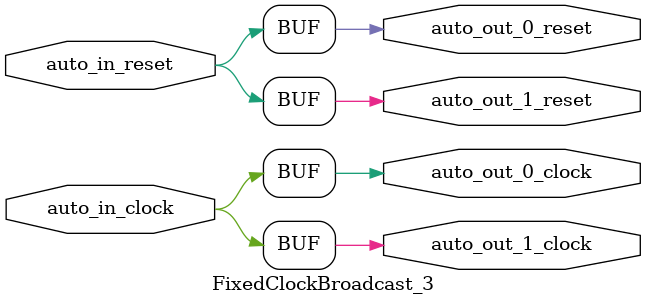
<source format=sv>
`ifndef RANDOMIZE
  `ifdef RANDOMIZE_REG_INIT
    `define RANDOMIZE
  `endif // RANDOMIZE_REG_INIT
`endif // not def RANDOMIZE
`ifndef RANDOMIZE
  `ifdef RANDOMIZE_MEM_INIT
    `define RANDOMIZE
  `endif // RANDOMIZE_MEM_INIT
`endif // not def RANDOMIZE

`ifndef RANDOM
  `define RANDOM $random
`endif // not def RANDOM

// Users can define 'PRINTF_COND' to add an extra gate to prints.
`ifndef PRINTF_COND_
  `ifdef PRINTF_COND
    `define PRINTF_COND_ (`PRINTF_COND)
  `else  // PRINTF_COND
    `define PRINTF_COND_ 1
  `endif // PRINTF_COND
`endif // not def PRINTF_COND_

// Users can define 'ASSERT_VERBOSE_COND' to add an extra gate to assert error printing.
`ifndef ASSERT_VERBOSE_COND_
  `ifdef ASSERT_VERBOSE_COND
    `define ASSERT_VERBOSE_COND_ (`ASSERT_VERBOSE_COND)
  `else  // ASSERT_VERBOSE_COND
    `define ASSERT_VERBOSE_COND_ 1
  `endif // ASSERT_VERBOSE_COND
`endif // not def ASSERT_VERBOSE_COND_

// Users can define 'STOP_COND' to add an extra gate to stop conditions.
`ifndef STOP_COND_
  `ifdef STOP_COND
    `define STOP_COND_ (`STOP_COND)
  `else  // STOP_COND
    `define STOP_COND_ 1
  `endif // STOP_COND
`endif // not def STOP_COND_

// Users can define INIT_RANDOM as general code that gets injected into the
// initializer block for modules with registers.
`ifndef INIT_RANDOM
  `define INIT_RANDOM
`endif // not def INIT_RANDOM

// If using random initialization, you can also define RANDOMIZE_DELAY to
// customize the delay used, otherwise 0.002 is used.
`ifndef RANDOMIZE_DELAY
  `define RANDOMIZE_DELAY 0.002
`endif // not def RANDOMIZE_DELAY

// Define INIT_RANDOM_PROLOG_ for use in our modules below.
`ifndef INIT_RANDOM_PROLOG_
  `ifdef RANDOMIZE
    `ifdef VERILATOR
      `define INIT_RANDOM_PROLOG_ `INIT_RANDOM
    `else  // VERILATOR
      `define INIT_RANDOM_PROLOG_ `INIT_RANDOM #`RANDOMIZE_DELAY begin end
    `endif // VERILATOR
  `else  // RANDOMIZE
    `define INIT_RANDOM_PROLOG_
  `endif // RANDOMIZE
`endif // not def INIT_RANDOM_PROLOG_

module FixedClockBroadcast_3(
  input  auto_in_clock,	// @[generators/rocket-chip/src/main/scala/diplomacy/LazyModule.scala:367:18]
         auto_in_reset,	// @[generators/rocket-chip/src/main/scala/diplomacy/LazyModule.scala:367:18]
  output auto_out_1_clock,	// @[generators/rocket-chip/src/main/scala/diplomacy/LazyModule.scala:367:18]
         auto_out_1_reset,	// @[generators/rocket-chip/src/main/scala/diplomacy/LazyModule.scala:367:18]
         auto_out_0_clock,	// @[generators/rocket-chip/src/main/scala/diplomacy/LazyModule.scala:367:18]
         auto_out_0_reset	// @[generators/rocket-chip/src/main/scala/diplomacy/LazyModule.scala:367:18]
);

  assign auto_out_1_clock = auto_in_clock;
  assign auto_out_1_reset = auto_in_reset;
  assign auto_out_0_clock = auto_in_clock;
  assign auto_out_0_reset = auto_in_reset;
endmodule


</source>
